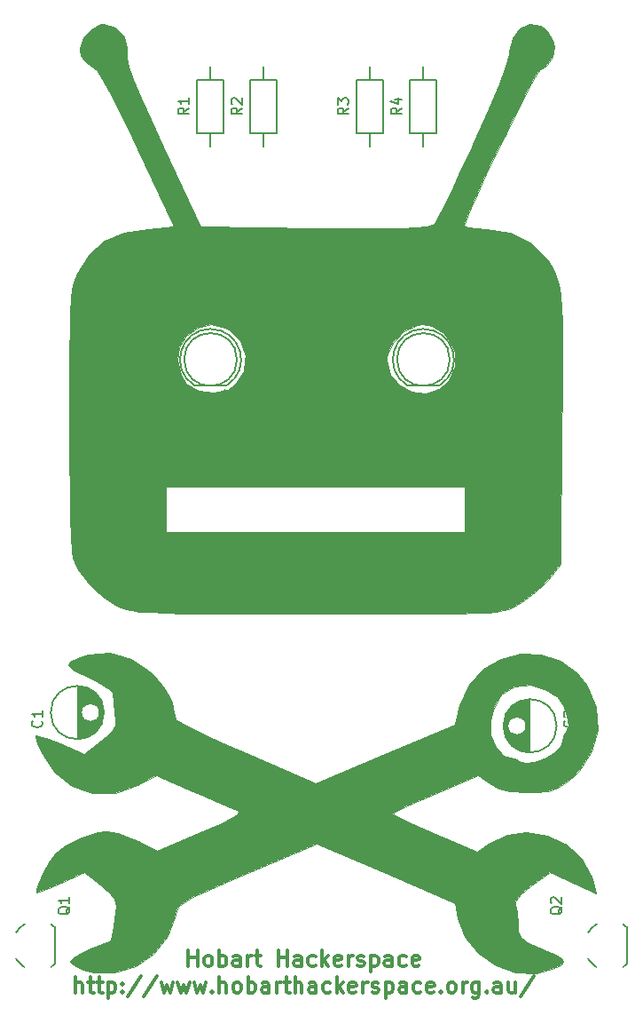
<source format=gto>
G04 #@! TF.FileFunction,Legend,Top*
%FSLAX46Y46*%
G04 Gerber Fmt 4.6, Leading zero omitted, Abs format (unit mm)*
G04 Created by KiCad (PCBNEW 4.0.5-e0-6337~49~ubuntu16.04.1) date Wed Dec 28 20:02:50 2016*
%MOMM*%
%LPD*%
G01*
G04 APERTURE LIST*
%ADD10C,0.200000*%
%ADD11C,0.300000*%
%ADD12C,0.150000*%
%ADD13C,0.010000*%
G04 APERTURE END LIST*
D10*
D11*
X23290000Y8216429D02*
X23290000Y9716429D01*
X23290000Y9002143D02*
X24147143Y9002143D01*
X24147143Y8216429D02*
X24147143Y9716429D01*
X25075715Y8216429D02*
X24932857Y8287857D01*
X24861429Y8359286D01*
X24790000Y8502143D01*
X24790000Y8930714D01*
X24861429Y9073571D01*
X24932857Y9145000D01*
X25075715Y9216429D01*
X25290000Y9216429D01*
X25432857Y9145000D01*
X25504286Y9073571D01*
X25575715Y8930714D01*
X25575715Y8502143D01*
X25504286Y8359286D01*
X25432857Y8287857D01*
X25290000Y8216429D01*
X25075715Y8216429D01*
X26218572Y8216429D02*
X26218572Y9716429D01*
X26218572Y9145000D02*
X26361429Y9216429D01*
X26647143Y9216429D01*
X26790000Y9145000D01*
X26861429Y9073571D01*
X26932858Y8930714D01*
X26932858Y8502143D01*
X26861429Y8359286D01*
X26790000Y8287857D01*
X26647143Y8216429D01*
X26361429Y8216429D01*
X26218572Y8287857D01*
X28218572Y8216429D02*
X28218572Y9002143D01*
X28147143Y9145000D01*
X28004286Y9216429D01*
X27718572Y9216429D01*
X27575715Y9145000D01*
X28218572Y8287857D02*
X28075715Y8216429D01*
X27718572Y8216429D01*
X27575715Y8287857D01*
X27504286Y8430714D01*
X27504286Y8573571D01*
X27575715Y8716429D01*
X27718572Y8787857D01*
X28075715Y8787857D01*
X28218572Y8859286D01*
X28932858Y8216429D02*
X28932858Y9216429D01*
X28932858Y8930714D02*
X29004286Y9073571D01*
X29075715Y9145000D01*
X29218572Y9216429D01*
X29361429Y9216429D01*
X29647143Y9216429D02*
X30218572Y9216429D01*
X29861429Y9716429D02*
X29861429Y8430714D01*
X29932857Y8287857D01*
X30075715Y8216429D01*
X30218572Y8216429D01*
X31861429Y8216429D02*
X31861429Y9716429D01*
X31861429Y9002143D02*
X32718572Y9002143D01*
X32718572Y8216429D02*
X32718572Y9716429D01*
X34075715Y8216429D02*
X34075715Y9002143D01*
X34004286Y9145000D01*
X33861429Y9216429D01*
X33575715Y9216429D01*
X33432858Y9145000D01*
X34075715Y8287857D02*
X33932858Y8216429D01*
X33575715Y8216429D01*
X33432858Y8287857D01*
X33361429Y8430714D01*
X33361429Y8573571D01*
X33432858Y8716429D01*
X33575715Y8787857D01*
X33932858Y8787857D01*
X34075715Y8859286D01*
X35432858Y8287857D02*
X35290001Y8216429D01*
X35004287Y8216429D01*
X34861429Y8287857D01*
X34790001Y8359286D01*
X34718572Y8502143D01*
X34718572Y8930714D01*
X34790001Y9073571D01*
X34861429Y9145000D01*
X35004287Y9216429D01*
X35290001Y9216429D01*
X35432858Y9145000D01*
X36075715Y8216429D02*
X36075715Y9716429D01*
X36218572Y8787857D02*
X36647143Y8216429D01*
X36647143Y9216429D02*
X36075715Y8645000D01*
X37861429Y8287857D02*
X37718572Y8216429D01*
X37432858Y8216429D01*
X37290001Y8287857D01*
X37218572Y8430714D01*
X37218572Y9002143D01*
X37290001Y9145000D01*
X37432858Y9216429D01*
X37718572Y9216429D01*
X37861429Y9145000D01*
X37932858Y9002143D01*
X37932858Y8859286D01*
X37218572Y8716429D01*
X38575715Y8216429D02*
X38575715Y9216429D01*
X38575715Y8930714D02*
X38647143Y9073571D01*
X38718572Y9145000D01*
X38861429Y9216429D01*
X39004286Y9216429D01*
X39432857Y8287857D02*
X39575714Y8216429D01*
X39861429Y8216429D01*
X40004286Y8287857D01*
X40075714Y8430714D01*
X40075714Y8502143D01*
X40004286Y8645000D01*
X39861429Y8716429D01*
X39647143Y8716429D01*
X39504286Y8787857D01*
X39432857Y8930714D01*
X39432857Y9002143D01*
X39504286Y9145000D01*
X39647143Y9216429D01*
X39861429Y9216429D01*
X40004286Y9145000D01*
X40718572Y9216429D02*
X40718572Y7716429D01*
X40718572Y9145000D02*
X40861429Y9216429D01*
X41147143Y9216429D01*
X41290000Y9145000D01*
X41361429Y9073571D01*
X41432858Y8930714D01*
X41432858Y8502143D01*
X41361429Y8359286D01*
X41290000Y8287857D01*
X41147143Y8216429D01*
X40861429Y8216429D01*
X40718572Y8287857D01*
X42718572Y8216429D02*
X42718572Y9002143D01*
X42647143Y9145000D01*
X42504286Y9216429D01*
X42218572Y9216429D01*
X42075715Y9145000D01*
X42718572Y8287857D02*
X42575715Y8216429D01*
X42218572Y8216429D01*
X42075715Y8287857D01*
X42004286Y8430714D01*
X42004286Y8573571D01*
X42075715Y8716429D01*
X42218572Y8787857D01*
X42575715Y8787857D01*
X42718572Y8859286D01*
X44075715Y8287857D02*
X43932858Y8216429D01*
X43647144Y8216429D01*
X43504286Y8287857D01*
X43432858Y8359286D01*
X43361429Y8502143D01*
X43361429Y8930714D01*
X43432858Y9073571D01*
X43504286Y9145000D01*
X43647144Y9216429D01*
X43932858Y9216429D01*
X44075715Y9145000D01*
X45290000Y8287857D02*
X45147143Y8216429D01*
X44861429Y8216429D01*
X44718572Y8287857D01*
X44647143Y8430714D01*
X44647143Y9002143D01*
X44718572Y9145000D01*
X44861429Y9216429D01*
X45147143Y9216429D01*
X45290000Y9145000D01*
X45361429Y9002143D01*
X45361429Y8859286D01*
X44647143Y8716429D01*
X12539998Y5666429D02*
X12539998Y7166429D01*
X13182855Y5666429D02*
X13182855Y6452143D01*
X13111426Y6595000D01*
X12968569Y6666429D01*
X12754284Y6666429D01*
X12611426Y6595000D01*
X12539998Y6523571D01*
X13682855Y6666429D02*
X14254284Y6666429D01*
X13897141Y7166429D02*
X13897141Y5880714D01*
X13968569Y5737857D01*
X14111427Y5666429D01*
X14254284Y5666429D01*
X14539998Y6666429D02*
X15111427Y6666429D01*
X14754284Y7166429D02*
X14754284Y5880714D01*
X14825712Y5737857D01*
X14968570Y5666429D01*
X15111427Y5666429D01*
X15611427Y6666429D02*
X15611427Y5166429D01*
X15611427Y6595000D02*
X15754284Y6666429D01*
X16039998Y6666429D01*
X16182855Y6595000D01*
X16254284Y6523571D01*
X16325713Y6380714D01*
X16325713Y5952143D01*
X16254284Y5809286D01*
X16182855Y5737857D01*
X16039998Y5666429D01*
X15754284Y5666429D01*
X15611427Y5737857D01*
X16968570Y5809286D02*
X17039998Y5737857D01*
X16968570Y5666429D01*
X16897141Y5737857D01*
X16968570Y5809286D01*
X16968570Y5666429D01*
X16968570Y6595000D02*
X17039998Y6523571D01*
X16968570Y6452143D01*
X16897141Y6523571D01*
X16968570Y6595000D01*
X16968570Y6452143D01*
X18754284Y7237857D02*
X17468570Y5309286D01*
X20325713Y7237857D02*
X19039999Y5309286D01*
X20682857Y6666429D02*
X20968571Y5666429D01*
X21254285Y6380714D01*
X21540000Y5666429D01*
X21825714Y6666429D01*
X22254286Y6666429D02*
X22540000Y5666429D01*
X22825714Y6380714D01*
X23111429Y5666429D01*
X23397143Y6666429D01*
X23825715Y6666429D02*
X24111429Y5666429D01*
X24397143Y6380714D01*
X24682858Y5666429D01*
X24968572Y6666429D01*
X25540001Y5809286D02*
X25611429Y5737857D01*
X25540001Y5666429D01*
X25468572Y5737857D01*
X25540001Y5809286D01*
X25540001Y5666429D01*
X26254287Y5666429D02*
X26254287Y7166429D01*
X26897144Y5666429D02*
X26897144Y6452143D01*
X26825715Y6595000D01*
X26682858Y6666429D01*
X26468573Y6666429D01*
X26325715Y6595000D01*
X26254287Y6523571D01*
X27825716Y5666429D02*
X27682858Y5737857D01*
X27611430Y5809286D01*
X27540001Y5952143D01*
X27540001Y6380714D01*
X27611430Y6523571D01*
X27682858Y6595000D01*
X27825716Y6666429D01*
X28040001Y6666429D01*
X28182858Y6595000D01*
X28254287Y6523571D01*
X28325716Y6380714D01*
X28325716Y5952143D01*
X28254287Y5809286D01*
X28182858Y5737857D01*
X28040001Y5666429D01*
X27825716Y5666429D01*
X28968573Y5666429D02*
X28968573Y7166429D01*
X28968573Y6595000D02*
X29111430Y6666429D01*
X29397144Y6666429D01*
X29540001Y6595000D01*
X29611430Y6523571D01*
X29682859Y6380714D01*
X29682859Y5952143D01*
X29611430Y5809286D01*
X29540001Y5737857D01*
X29397144Y5666429D01*
X29111430Y5666429D01*
X28968573Y5737857D01*
X30968573Y5666429D02*
X30968573Y6452143D01*
X30897144Y6595000D01*
X30754287Y6666429D01*
X30468573Y6666429D01*
X30325716Y6595000D01*
X30968573Y5737857D02*
X30825716Y5666429D01*
X30468573Y5666429D01*
X30325716Y5737857D01*
X30254287Y5880714D01*
X30254287Y6023571D01*
X30325716Y6166429D01*
X30468573Y6237857D01*
X30825716Y6237857D01*
X30968573Y6309286D01*
X31682859Y5666429D02*
X31682859Y6666429D01*
X31682859Y6380714D02*
X31754287Y6523571D01*
X31825716Y6595000D01*
X31968573Y6666429D01*
X32111430Y6666429D01*
X32397144Y6666429D02*
X32968573Y6666429D01*
X32611430Y7166429D02*
X32611430Y5880714D01*
X32682858Y5737857D01*
X32825716Y5666429D01*
X32968573Y5666429D01*
X33468573Y5666429D02*
X33468573Y7166429D01*
X34111430Y5666429D02*
X34111430Y6452143D01*
X34040001Y6595000D01*
X33897144Y6666429D01*
X33682859Y6666429D01*
X33540001Y6595000D01*
X33468573Y6523571D01*
X35468573Y5666429D02*
X35468573Y6452143D01*
X35397144Y6595000D01*
X35254287Y6666429D01*
X34968573Y6666429D01*
X34825716Y6595000D01*
X35468573Y5737857D02*
X35325716Y5666429D01*
X34968573Y5666429D01*
X34825716Y5737857D01*
X34754287Y5880714D01*
X34754287Y6023571D01*
X34825716Y6166429D01*
X34968573Y6237857D01*
X35325716Y6237857D01*
X35468573Y6309286D01*
X36825716Y5737857D02*
X36682859Y5666429D01*
X36397145Y5666429D01*
X36254287Y5737857D01*
X36182859Y5809286D01*
X36111430Y5952143D01*
X36111430Y6380714D01*
X36182859Y6523571D01*
X36254287Y6595000D01*
X36397145Y6666429D01*
X36682859Y6666429D01*
X36825716Y6595000D01*
X37468573Y5666429D02*
X37468573Y7166429D01*
X37611430Y6237857D02*
X38040001Y5666429D01*
X38040001Y6666429D02*
X37468573Y6095000D01*
X39254287Y5737857D02*
X39111430Y5666429D01*
X38825716Y5666429D01*
X38682859Y5737857D01*
X38611430Y5880714D01*
X38611430Y6452143D01*
X38682859Y6595000D01*
X38825716Y6666429D01*
X39111430Y6666429D01*
X39254287Y6595000D01*
X39325716Y6452143D01*
X39325716Y6309286D01*
X38611430Y6166429D01*
X39968573Y5666429D02*
X39968573Y6666429D01*
X39968573Y6380714D02*
X40040001Y6523571D01*
X40111430Y6595000D01*
X40254287Y6666429D01*
X40397144Y6666429D01*
X40825715Y5737857D02*
X40968572Y5666429D01*
X41254287Y5666429D01*
X41397144Y5737857D01*
X41468572Y5880714D01*
X41468572Y5952143D01*
X41397144Y6095000D01*
X41254287Y6166429D01*
X41040001Y6166429D01*
X40897144Y6237857D01*
X40825715Y6380714D01*
X40825715Y6452143D01*
X40897144Y6595000D01*
X41040001Y6666429D01*
X41254287Y6666429D01*
X41397144Y6595000D01*
X42111430Y6666429D02*
X42111430Y5166429D01*
X42111430Y6595000D02*
X42254287Y6666429D01*
X42540001Y6666429D01*
X42682858Y6595000D01*
X42754287Y6523571D01*
X42825716Y6380714D01*
X42825716Y5952143D01*
X42754287Y5809286D01*
X42682858Y5737857D01*
X42540001Y5666429D01*
X42254287Y5666429D01*
X42111430Y5737857D01*
X44111430Y5666429D02*
X44111430Y6452143D01*
X44040001Y6595000D01*
X43897144Y6666429D01*
X43611430Y6666429D01*
X43468573Y6595000D01*
X44111430Y5737857D02*
X43968573Y5666429D01*
X43611430Y5666429D01*
X43468573Y5737857D01*
X43397144Y5880714D01*
X43397144Y6023571D01*
X43468573Y6166429D01*
X43611430Y6237857D01*
X43968573Y6237857D01*
X44111430Y6309286D01*
X45468573Y5737857D02*
X45325716Y5666429D01*
X45040002Y5666429D01*
X44897144Y5737857D01*
X44825716Y5809286D01*
X44754287Y5952143D01*
X44754287Y6380714D01*
X44825716Y6523571D01*
X44897144Y6595000D01*
X45040002Y6666429D01*
X45325716Y6666429D01*
X45468573Y6595000D01*
X46682858Y5737857D02*
X46540001Y5666429D01*
X46254287Y5666429D01*
X46111430Y5737857D01*
X46040001Y5880714D01*
X46040001Y6452143D01*
X46111430Y6595000D01*
X46254287Y6666429D01*
X46540001Y6666429D01*
X46682858Y6595000D01*
X46754287Y6452143D01*
X46754287Y6309286D01*
X46040001Y6166429D01*
X47397144Y5809286D02*
X47468572Y5737857D01*
X47397144Y5666429D01*
X47325715Y5737857D01*
X47397144Y5809286D01*
X47397144Y5666429D01*
X48325716Y5666429D02*
X48182858Y5737857D01*
X48111430Y5809286D01*
X48040001Y5952143D01*
X48040001Y6380714D01*
X48111430Y6523571D01*
X48182858Y6595000D01*
X48325716Y6666429D01*
X48540001Y6666429D01*
X48682858Y6595000D01*
X48754287Y6523571D01*
X48825716Y6380714D01*
X48825716Y5952143D01*
X48754287Y5809286D01*
X48682858Y5737857D01*
X48540001Y5666429D01*
X48325716Y5666429D01*
X49468573Y5666429D02*
X49468573Y6666429D01*
X49468573Y6380714D02*
X49540001Y6523571D01*
X49611430Y6595000D01*
X49754287Y6666429D01*
X49897144Y6666429D01*
X51040001Y6666429D02*
X51040001Y5452143D01*
X50968572Y5309286D01*
X50897144Y5237857D01*
X50754287Y5166429D01*
X50540001Y5166429D01*
X50397144Y5237857D01*
X51040001Y5737857D02*
X50897144Y5666429D01*
X50611430Y5666429D01*
X50468572Y5737857D01*
X50397144Y5809286D01*
X50325715Y5952143D01*
X50325715Y6380714D01*
X50397144Y6523571D01*
X50468572Y6595000D01*
X50611430Y6666429D01*
X50897144Y6666429D01*
X51040001Y6595000D01*
X51754287Y5809286D02*
X51825715Y5737857D01*
X51754287Y5666429D01*
X51682858Y5737857D01*
X51754287Y5809286D01*
X51754287Y5666429D01*
X53111430Y5666429D02*
X53111430Y6452143D01*
X53040001Y6595000D01*
X52897144Y6666429D01*
X52611430Y6666429D01*
X52468573Y6595000D01*
X53111430Y5737857D02*
X52968573Y5666429D01*
X52611430Y5666429D01*
X52468573Y5737857D01*
X52397144Y5880714D01*
X52397144Y6023571D01*
X52468573Y6166429D01*
X52611430Y6237857D01*
X52968573Y6237857D01*
X53111430Y6309286D01*
X54468573Y6666429D02*
X54468573Y5666429D01*
X53825716Y6666429D02*
X53825716Y5880714D01*
X53897144Y5737857D01*
X54040002Y5666429D01*
X54254287Y5666429D01*
X54397144Y5737857D01*
X54468573Y5809286D01*
X56254287Y7237857D02*
X54968573Y5309286D01*
D12*
X26924904Y63555112D02*
G75*
G03X23900000Y63540000I-1524904J2484888D01*
G01*
X26900000Y63540000D02*
X23900000Y63540000D01*
X27917936Y66040000D02*
G75*
G03X27917936Y66040000I-2517936J0D01*
G01*
X47244904Y63555112D02*
G75*
G03X44220000Y63540000I-1524904J2484888D01*
G01*
X47220000Y63540000D02*
X44220000Y63540000D01*
X48237936Y66040000D02*
G75*
G03X48237936Y66040000I-2517936J0D01*
G01*
X24130000Y87630000D02*
X24130000Y92710000D01*
X24130000Y92710000D02*
X26670000Y92710000D01*
X26670000Y92710000D02*
X26670000Y87630000D01*
X26670000Y87630000D02*
X24130000Y87630000D01*
X25400000Y87630000D02*
X25400000Y86360000D01*
X25400000Y92710000D02*
X25400000Y93980000D01*
X29210000Y87630000D02*
X29210000Y92710000D01*
X29210000Y92710000D02*
X31750000Y92710000D01*
X31750000Y92710000D02*
X31750000Y87630000D01*
X31750000Y87630000D02*
X29210000Y87630000D01*
X30480000Y87630000D02*
X30480000Y86360000D01*
X30480000Y92710000D02*
X30480000Y93980000D01*
X39370000Y87630000D02*
X39370000Y92710000D01*
X39370000Y92710000D02*
X41910000Y92710000D01*
X41910000Y92710000D02*
X41910000Y87630000D01*
X41910000Y87630000D02*
X39370000Y87630000D01*
X40640000Y87630000D02*
X40640000Y86360000D01*
X40640000Y92710000D02*
X40640000Y93980000D01*
X44450000Y87630000D02*
X44450000Y92710000D01*
X44450000Y92710000D02*
X46990000Y92710000D01*
X46990000Y92710000D02*
X46990000Y87630000D01*
X46990000Y87630000D02*
X44450000Y87630000D01*
X45720000Y87630000D02*
X45720000Y86360000D01*
X45720000Y92710000D02*
X45720000Y93980000D01*
D13*
G36*
X17804425Y37481711D02*
X19668621Y36238327D01*
X19987412Y35935688D01*
X20886541Y34866669D01*
X21532685Y33788697D01*
X21694986Y33335548D01*
X21919606Y32366888D01*
X22076881Y31758365D01*
X22461200Y31474419D01*
X23451446Y30946769D01*
X24931774Y30231466D01*
X26786344Y29384560D01*
X28815003Y28498154D01*
X35424596Y25669194D01*
X42060077Y28462439D01*
X48695557Y31255685D01*
X48804197Y31661878D01*
X52086891Y31661878D01*
X52141841Y30286530D01*
X52602049Y29092721D01*
X53349960Y28299301D01*
X54000784Y28098819D01*
X54690582Y27909519D01*
X54873409Y27743773D01*
X55391487Y27565194D01*
X56328399Y27698742D01*
X57415847Y28084180D01*
X58126923Y28474226D01*
X58787907Y29139142D01*
X59006154Y29720552D01*
X59174067Y30405123D01*
X59331770Y30586272D01*
X59565111Y31135608D01*
X59444772Y32060289D01*
X59046196Y33082474D01*
X58444827Y33924319D01*
X58418560Y33949430D01*
X57423520Y34566162D01*
X56162609Y34971162D01*
X55984496Y34999621D01*
X54417732Y34864734D01*
X53166016Y34067870D01*
X52335883Y32700259D01*
X52086891Y31661878D01*
X48804197Y31661878D01*
X49173845Y33043947D01*
X50052048Y35020804D01*
X51411319Y36522916D01*
X53109202Y37527504D01*
X55003242Y38011794D01*
X56950986Y37953008D01*
X58809980Y37328370D01*
X60437767Y36115103D01*
X61313717Y34984951D01*
X62187589Y32889261D01*
X62335333Y30730595D01*
X61784509Y28652750D01*
X60562679Y26799521D01*
X59571471Y25894922D01*
X58586621Y25238242D01*
X57629381Y24896387D01*
X56368634Y24773949D01*
X55650080Y24765000D01*
X54026945Y24845531D01*
X52892566Y25130859D01*
X52079836Y25600635D01*
X50949580Y26436270D01*
X46767645Y24660344D01*
X45147761Y23951519D01*
X43852436Y23344534D01*
X43015726Y22905084D01*
X42769208Y22700921D01*
X43182159Y22480798D01*
X44159975Y22025475D01*
X45548223Y21405391D01*
X46902392Y20815688D01*
X50852078Y19113953D01*
X51938362Y19917077D01*
X53689842Y20764053D01*
X55625835Y20977203D01*
X57575845Y20618955D01*
X59369375Y19751737D01*
X60835930Y18437978D01*
X61805013Y16740106D01*
X61952759Y16250239D01*
X62224829Y15160092D01*
X59989881Y16148492D01*
X57754934Y17136892D01*
X56023081Y15893169D01*
X54983661Y15023352D01*
X54503639Y14337287D01*
X54499460Y14106802D01*
X54643243Y13357223D01*
X54707463Y12281220D01*
X54707692Y12217254D01*
X54756271Y11474943D01*
X55010282Y10961028D01*
X55632136Y10513513D01*
X56784245Y9970401D01*
X57096823Y9834215D01*
X58346820Y9267178D01*
X58975640Y8886265D01*
X59090677Y8594774D01*
X58802521Y8298340D01*
X57983670Y7920535D01*
X56807522Y7608626D01*
X56499802Y7555774D01*
X54530459Y7612350D01*
X52619912Y8281404D01*
X50945605Y9439347D01*
X49684982Y10962590D01*
X49015490Y12727543D01*
X49007832Y12773877D01*
X48772765Y14243904D01*
X42134039Y17049380D01*
X35495314Y19854856D01*
X28904879Y17083292D01*
X26569091Y16094710D01*
X24854805Y15343946D01*
X23660594Y14771869D01*
X22885033Y14319345D01*
X22426697Y13927243D01*
X22184159Y13536430D01*
X22056606Y13090672D01*
X21270362Y11035888D01*
X19946660Y9376313D01*
X18229286Y8197556D01*
X16262025Y7585227D01*
X14188662Y7624935D01*
X13286154Y7868784D01*
X12417754Y8266499D01*
X11997873Y8638893D01*
X11990574Y8704862D01*
X12363098Y9043644D01*
X13239218Y9529232D01*
X13944420Y9849403D01*
X15014818Y10300906D01*
X15729704Y10603920D01*
X15898367Y10676627D01*
X15985818Y11047124D01*
X16131132Y11957888D01*
X16233059Y12690136D01*
X16357799Y13875146D01*
X16242494Y14613216D01*
X15756125Y15226535D01*
X14921442Y15915500D01*
X13347346Y17162207D01*
X11118895Y16176681D01*
X9934000Y15662601D01*
X9069224Y15306040D01*
X8738440Y15191154D01*
X8736188Y15490823D01*
X9014568Y16234750D01*
X9463520Y17190316D01*
X9972983Y18124902D01*
X10432897Y18805889D01*
X10467980Y18846657D01*
X11556874Y19702891D01*
X13063128Y20454873D01*
X14624500Y20943365D01*
X15466850Y21044111D01*
X16533959Y20870432D01*
X17860091Y20420595D01*
X18470345Y20141558D01*
X20270067Y19230422D01*
X24469351Y20993059D01*
X26272780Y21770494D01*
X27423439Y22324738D01*
X28001369Y22704252D01*
X28086609Y22957493D01*
X27913548Y23078273D01*
X27234337Y23369078D01*
X26040074Y23880996D01*
X24533905Y24526937D01*
X23695223Y24886728D01*
X20231985Y26372607D01*
X18419839Y25441651D01*
X16275427Y24734966D01*
X14141385Y24743116D01*
X12161475Y25419323D01*
X10479463Y26716807D01*
X9327931Y28400012D01*
X8876380Y29406996D01*
X8649144Y30080560D01*
X8649883Y30222101D01*
X9053768Y30155723D01*
X9966360Y29843174D01*
X11061709Y29405133D01*
X13331110Y28447242D01*
X14912293Y29699562D01*
X15844401Y30496257D01*
X16271950Y31117878D01*
X16332510Y31834851D01*
X16261808Y32352288D01*
X16104770Y33425643D01*
X16027360Y34196925D01*
X16025839Y34252325D01*
X15690989Y34651216D01*
X14819176Y35208622D01*
X13654529Y35778500D01*
X12350368Y36397190D01*
X11793351Y36855443D01*
X11988301Y37237278D01*
X12940040Y37626716D01*
X13774615Y37870934D01*
X15793795Y38040230D01*
X17804425Y37481711D01*
X17804425Y37481711D01*
G37*
X17804425Y37481711D02*
X19668621Y36238327D01*
X19987412Y35935688D01*
X20886541Y34866669D01*
X21532685Y33788697D01*
X21694986Y33335548D01*
X21919606Y32366888D01*
X22076881Y31758365D01*
X22461200Y31474419D01*
X23451446Y30946769D01*
X24931774Y30231466D01*
X26786344Y29384560D01*
X28815003Y28498154D01*
X35424596Y25669194D01*
X42060077Y28462439D01*
X48695557Y31255685D01*
X48804197Y31661878D01*
X52086891Y31661878D01*
X52141841Y30286530D01*
X52602049Y29092721D01*
X53349960Y28299301D01*
X54000784Y28098819D01*
X54690582Y27909519D01*
X54873409Y27743773D01*
X55391487Y27565194D01*
X56328399Y27698742D01*
X57415847Y28084180D01*
X58126923Y28474226D01*
X58787907Y29139142D01*
X59006154Y29720552D01*
X59174067Y30405123D01*
X59331770Y30586272D01*
X59565111Y31135608D01*
X59444772Y32060289D01*
X59046196Y33082474D01*
X58444827Y33924319D01*
X58418560Y33949430D01*
X57423520Y34566162D01*
X56162609Y34971162D01*
X55984496Y34999621D01*
X54417732Y34864734D01*
X53166016Y34067870D01*
X52335883Y32700259D01*
X52086891Y31661878D01*
X48804197Y31661878D01*
X49173845Y33043947D01*
X50052048Y35020804D01*
X51411319Y36522916D01*
X53109202Y37527504D01*
X55003242Y38011794D01*
X56950986Y37953008D01*
X58809980Y37328370D01*
X60437767Y36115103D01*
X61313717Y34984951D01*
X62187589Y32889261D01*
X62335333Y30730595D01*
X61784509Y28652750D01*
X60562679Y26799521D01*
X59571471Y25894922D01*
X58586621Y25238242D01*
X57629381Y24896387D01*
X56368634Y24773949D01*
X55650080Y24765000D01*
X54026945Y24845531D01*
X52892566Y25130859D01*
X52079836Y25600635D01*
X50949580Y26436270D01*
X46767645Y24660344D01*
X45147761Y23951519D01*
X43852436Y23344534D01*
X43015726Y22905084D01*
X42769208Y22700921D01*
X43182159Y22480798D01*
X44159975Y22025475D01*
X45548223Y21405391D01*
X46902392Y20815688D01*
X50852078Y19113953D01*
X51938362Y19917077D01*
X53689842Y20764053D01*
X55625835Y20977203D01*
X57575845Y20618955D01*
X59369375Y19751737D01*
X60835930Y18437978D01*
X61805013Y16740106D01*
X61952759Y16250239D01*
X62224829Y15160092D01*
X59989881Y16148492D01*
X57754934Y17136892D01*
X56023081Y15893169D01*
X54983661Y15023352D01*
X54503639Y14337287D01*
X54499460Y14106802D01*
X54643243Y13357223D01*
X54707463Y12281220D01*
X54707692Y12217254D01*
X54756271Y11474943D01*
X55010282Y10961028D01*
X55632136Y10513513D01*
X56784245Y9970401D01*
X57096823Y9834215D01*
X58346820Y9267178D01*
X58975640Y8886265D01*
X59090677Y8594774D01*
X58802521Y8298340D01*
X57983670Y7920535D01*
X56807522Y7608626D01*
X56499802Y7555774D01*
X54530459Y7612350D01*
X52619912Y8281404D01*
X50945605Y9439347D01*
X49684982Y10962590D01*
X49015490Y12727543D01*
X49007832Y12773877D01*
X48772765Y14243904D01*
X42134039Y17049380D01*
X35495314Y19854856D01*
X28904879Y17083292D01*
X26569091Y16094710D01*
X24854805Y15343946D01*
X23660594Y14771869D01*
X22885033Y14319345D01*
X22426697Y13927243D01*
X22184159Y13536430D01*
X22056606Y13090672D01*
X21270362Y11035888D01*
X19946660Y9376313D01*
X18229286Y8197556D01*
X16262025Y7585227D01*
X14188662Y7624935D01*
X13286154Y7868784D01*
X12417754Y8266499D01*
X11997873Y8638893D01*
X11990574Y8704862D01*
X12363098Y9043644D01*
X13239218Y9529232D01*
X13944420Y9849403D01*
X15014818Y10300906D01*
X15729704Y10603920D01*
X15898367Y10676627D01*
X15985818Y11047124D01*
X16131132Y11957888D01*
X16233059Y12690136D01*
X16357799Y13875146D01*
X16242494Y14613216D01*
X15756125Y15226535D01*
X14921442Y15915500D01*
X13347346Y17162207D01*
X11118895Y16176681D01*
X9934000Y15662601D01*
X9069224Y15306040D01*
X8738440Y15191154D01*
X8736188Y15490823D01*
X9014568Y16234750D01*
X9463520Y17190316D01*
X9972983Y18124902D01*
X10432897Y18805889D01*
X10467980Y18846657D01*
X11556874Y19702891D01*
X13063128Y20454873D01*
X14624500Y20943365D01*
X15466850Y21044111D01*
X16533959Y20870432D01*
X17860091Y20420595D01*
X18470345Y20141558D01*
X20270067Y19230422D01*
X24469351Y20993059D01*
X26272780Y21770494D01*
X27423439Y22324738D01*
X28001369Y22704252D01*
X28086609Y22957493D01*
X27913548Y23078273D01*
X27234337Y23369078D01*
X26040074Y23880996D01*
X24533905Y24526937D01*
X23695223Y24886728D01*
X20231985Y26372607D01*
X18419839Y25441651D01*
X16275427Y24734966D01*
X14141385Y24743116D01*
X12161475Y25419323D01*
X10479463Y26716807D01*
X9327931Y28400012D01*
X8876380Y29406996D01*
X8649144Y30080560D01*
X8649883Y30222101D01*
X9053768Y30155723D01*
X9966360Y29843174D01*
X11061709Y29405133D01*
X13331110Y28447242D01*
X14912293Y29699562D01*
X15844401Y30496257D01*
X16271950Y31117878D01*
X16332510Y31834851D01*
X16261808Y32352288D01*
X16104770Y33425643D01*
X16027360Y34196925D01*
X16025839Y34252325D01*
X15690989Y34651216D01*
X14819176Y35208622D01*
X13654529Y35778500D01*
X12350368Y36397190D01*
X11793351Y36855443D01*
X11988301Y37237278D01*
X12940040Y37626716D01*
X13774615Y37870934D01*
X15793795Y38040230D01*
X17804425Y37481711D01*
G36*
X16319090Y97690014D02*
X17124440Y96834377D01*
X17441724Y95732839D01*
X17401799Y95356070D01*
X17397981Y94819541D01*
X17592200Y93993349D01*
X18016575Y92794211D01*
X18703229Y91138841D01*
X19684281Y88943954D01*
X20820622Y86491527D01*
X24473177Y78691154D01*
X35434534Y78587466D01*
X38831998Y78563319D01*
X41519565Y78563955D01*
X43568554Y78591832D01*
X45050287Y78649406D01*
X46036085Y78739133D01*
X46597269Y78863470D01*
X46780367Y78978235D01*
X47055517Y79470448D01*
X47601163Y80558346D01*
X48361864Y82127287D01*
X49282180Y84062628D01*
X50306670Y86249726D01*
X50545498Y86763998D01*
X51877074Y89709057D01*
X52890423Y92109747D01*
X53569177Y93924265D01*
X53896970Y95110809D01*
X53926154Y95398049D01*
X54202743Y96699489D01*
X54912791Y97601980D01*
X55876715Y98011024D01*
X56914931Y97832124D01*
X57577897Y97319616D01*
X58087894Y96493477D01*
X58224615Y95926234D01*
X58019340Y94932946D01*
X57524840Y94103007D01*
X56923104Y93736552D01*
X56896420Y93735770D01*
X56623005Y93401233D01*
X56087238Y92481961D01*
X55350710Y91104459D01*
X54475009Y89395233D01*
X53521725Y87480788D01*
X52552448Y85487630D01*
X51628769Y83542265D01*
X50812275Y81771199D01*
X50164558Y80300936D01*
X49747206Y79257984D01*
X49619466Y78788847D01*
X49977083Y78625739D01*
X50887660Y78519336D01*
X51700418Y78495770D01*
X53995238Y78131123D01*
X56007071Y77096042D01*
X57593460Y75478817D01*
X58183422Y74477785D01*
X58414248Y73977592D01*
X58598251Y73474276D01*
X58739855Y72879042D01*
X58843483Y72103098D01*
X58913558Y71057650D01*
X58954504Y69653905D01*
X58970744Y67803068D01*
X58966701Y65416347D01*
X58946799Y62404947D01*
X58923582Y59619912D01*
X58810769Y46524047D01*
X57615810Y45022985D01*
X56481063Y43883925D01*
X55106635Y42872216D01*
X54699933Y42642693D01*
X54276728Y42433611D01*
X53851130Y42260656D01*
X53348773Y42120441D01*
X52695288Y42009581D01*
X51816308Y41924690D01*
X50637464Y41862384D01*
X49084390Y41819276D01*
X47082718Y41791980D01*
X44558079Y41777113D01*
X41436106Y41771287D01*
X37642431Y41771117D01*
X35574892Y41772044D01*
X31398690Y41776127D01*
X27930342Y41785748D01*
X25096170Y41803704D01*
X22822494Y41832793D01*
X21035634Y41875811D01*
X19661913Y41935556D01*
X18627651Y42014826D01*
X17859168Y42116416D01*
X17282785Y42243124D01*
X16824824Y42397748D01*
X16604340Y42492240D01*
X15137795Y43408901D01*
X13755455Y44695711D01*
X12686159Y46110048D01*
X12217184Y47143705D01*
X12143399Y47789815D01*
X12076240Y49113155D01*
X12018037Y51009430D01*
X11971118Y53374343D01*
X11964981Y53877308D01*
X21101538Y53877308D01*
X21101538Y49578847D01*
X49627692Y49578847D01*
X49627692Y53877308D01*
X21101538Y53877308D01*
X11964981Y53877308D01*
X11937814Y56103599D01*
X11920453Y59092901D01*
X11918461Y60520385D01*
X11921622Y63980747D01*
X11930382Y65894242D01*
X22214246Y65894242D01*
X22555560Y64570121D01*
X23123501Y63769417D01*
X24262903Y63057695D01*
X25667099Y62847992D01*
X27019836Y63149416D01*
X27734675Y63636599D01*
X28575622Y64954403D01*
X28694667Y65951601D01*
X42203077Y65951601D01*
X42537818Y64623842D01*
X43408074Y63613592D01*
X44612896Y62991713D01*
X45951334Y62829067D01*
X47222438Y63196516D01*
X48036253Y63894622D01*
X48771297Y65354736D01*
X48755460Y66815919D01*
X48000733Y68149932D01*
X47602719Y68531038D01*
X46571390Y69233568D01*
X45634501Y69408387D01*
X45160412Y69347732D01*
X43819415Y68752132D01*
X42773734Y67670213D01*
X42234549Y66344488D01*
X42203077Y65951601D01*
X28694667Y65951601D01*
X28747858Y66397161D01*
X28285655Y67759070D01*
X27223283Y68834325D01*
X26833014Y69051188D01*
X25416929Y69381455D01*
X24141695Y69080944D01*
X23112628Y68299604D01*
X22435040Y67187386D01*
X22214246Y65894242D01*
X11930382Y65894242D01*
X11934296Y66749134D01*
X11961268Y68915093D01*
X12007325Y70568174D01*
X12077252Y71797924D01*
X12175836Y72693892D01*
X12307863Y73345627D01*
X12478117Y73842677D01*
X12649430Y74197308D01*
X13879099Y76077695D01*
X15308956Y77344968D01*
X17116830Y78111564D01*
X19432306Y78485903D01*
X21866151Y78691154D01*
X18510692Y85920385D01*
X17460325Y88140282D01*
X16480214Y90131696D01*
X15630194Y91779289D01*
X14970101Y92967723D01*
X14559770Y93581661D01*
X14513770Y93624750D01*
X13524702Y94414473D01*
X13039859Y95003767D01*
X12897266Y95600834D01*
X12895384Y95705023D01*
X13225475Y96666249D01*
X14021391Y97530754D01*
X14991598Y98008922D01*
X15240000Y98034231D01*
X16319090Y97690014D01*
X16319090Y97690014D01*
G37*
X16319090Y97690014D02*
X17124440Y96834377D01*
X17441724Y95732839D01*
X17401799Y95356070D01*
X17397981Y94819541D01*
X17592200Y93993349D01*
X18016575Y92794211D01*
X18703229Y91138841D01*
X19684281Y88943954D01*
X20820622Y86491527D01*
X24473177Y78691154D01*
X35434534Y78587466D01*
X38831998Y78563319D01*
X41519565Y78563955D01*
X43568554Y78591832D01*
X45050287Y78649406D01*
X46036085Y78739133D01*
X46597269Y78863470D01*
X46780367Y78978235D01*
X47055517Y79470448D01*
X47601163Y80558346D01*
X48361864Y82127287D01*
X49282180Y84062628D01*
X50306670Y86249726D01*
X50545498Y86763998D01*
X51877074Y89709057D01*
X52890423Y92109747D01*
X53569177Y93924265D01*
X53896970Y95110809D01*
X53926154Y95398049D01*
X54202743Y96699489D01*
X54912791Y97601980D01*
X55876715Y98011024D01*
X56914931Y97832124D01*
X57577897Y97319616D01*
X58087894Y96493477D01*
X58224615Y95926234D01*
X58019340Y94932946D01*
X57524840Y94103007D01*
X56923104Y93736552D01*
X56896420Y93735770D01*
X56623005Y93401233D01*
X56087238Y92481961D01*
X55350710Y91104459D01*
X54475009Y89395233D01*
X53521725Y87480788D01*
X52552448Y85487630D01*
X51628769Y83542265D01*
X50812275Y81771199D01*
X50164558Y80300936D01*
X49747206Y79257984D01*
X49619466Y78788847D01*
X49977083Y78625739D01*
X50887660Y78519336D01*
X51700418Y78495770D01*
X53995238Y78131123D01*
X56007071Y77096042D01*
X57593460Y75478817D01*
X58183422Y74477785D01*
X58414248Y73977592D01*
X58598251Y73474276D01*
X58739855Y72879042D01*
X58843483Y72103098D01*
X58913558Y71057650D01*
X58954504Y69653905D01*
X58970744Y67803068D01*
X58966701Y65416347D01*
X58946799Y62404947D01*
X58923582Y59619912D01*
X58810769Y46524047D01*
X57615810Y45022985D01*
X56481063Y43883925D01*
X55106635Y42872216D01*
X54699933Y42642693D01*
X54276728Y42433611D01*
X53851130Y42260656D01*
X53348773Y42120441D01*
X52695288Y42009581D01*
X51816308Y41924690D01*
X50637464Y41862384D01*
X49084390Y41819276D01*
X47082718Y41791980D01*
X44558079Y41777113D01*
X41436106Y41771287D01*
X37642431Y41771117D01*
X35574892Y41772044D01*
X31398690Y41776127D01*
X27930342Y41785748D01*
X25096170Y41803704D01*
X22822494Y41832793D01*
X21035634Y41875811D01*
X19661913Y41935556D01*
X18627651Y42014826D01*
X17859168Y42116416D01*
X17282785Y42243124D01*
X16824824Y42397748D01*
X16604340Y42492240D01*
X15137795Y43408901D01*
X13755455Y44695711D01*
X12686159Y46110048D01*
X12217184Y47143705D01*
X12143399Y47789815D01*
X12076240Y49113155D01*
X12018037Y51009430D01*
X11971118Y53374343D01*
X11964981Y53877308D01*
X21101538Y53877308D01*
X21101538Y49578847D01*
X49627692Y49578847D01*
X49627692Y53877308D01*
X21101538Y53877308D01*
X11964981Y53877308D01*
X11937814Y56103599D01*
X11920453Y59092901D01*
X11918461Y60520385D01*
X11921622Y63980747D01*
X11930382Y65894242D01*
X22214246Y65894242D01*
X22555560Y64570121D01*
X23123501Y63769417D01*
X24262903Y63057695D01*
X25667099Y62847992D01*
X27019836Y63149416D01*
X27734675Y63636599D01*
X28575622Y64954403D01*
X28694667Y65951601D01*
X42203077Y65951601D01*
X42537818Y64623842D01*
X43408074Y63613592D01*
X44612896Y62991713D01*
X45951334Y62829067D01*
X47222438Y63196516D01*
X48036253Y63894622D01*
X48771297Y65354736D01*
X48755460Y66815919D01*
X48000733Y68149932D01*
X47602719Y68531038D01*
X46571390Y69233568D01*
X45634501Y69408387D01*
X45160412Y69347732D01*
X43819415Y68752132D01*
X42773734Y67670213D01*
X42234549Y66344488D01*
X42203077Y65951601D01*
X28694667Y65951601D01*
X28747858Y66397161D01*
X28285655Y67759070D01*
X27223283Y68834325D01*
X26833014Y69051188D01*
X25416929Y69381455D01*
X24141695Y69080944D01*
X23112628Y68299604D01*
X22435040Y67187386D01*
X22214246Y65894242D01*
X11930382Y65894242D01*
X11934296Y66749134D01*
X11961268Y68915093D01*
X12007325Y70568174D01*
X12077252Y71797924D01*
X12175836Y72693892D01*
X12307863Y73345627D01*
X12478117Y73842677D01*
X12649430Y74197308D01*
X13879099Y76077695D01*
X15308956Y77344968D01*
X17116830Y78111564D01*
X19432306Y78485903D01*
X21866151Y78691154D01*
X18510692Y85920385D01*
X17460325Y88140282D01*
X16480214Y90131696D01*
X15630194Y91779289D01*
X14970101Y92967723D01*
X14559770Y93581661D01*
X14513770Y93624750D01*
X13524702Y94414473D01*
X13039859Y95003767D01*
X12897266Y95600834D01*
X12895384Y95705023D01*
X13225475Y96666249D01*
X14021391Y97530754D01*
X14991598Y98008922D01*
X15240000Y98034231D01*
X16319090Y97690014D01*
D12*
X6840000Y8910001D02*
G75*
G03X7640000Y8110000I2050000J1249999D01*
G01*
X6840000Y11409999D02*
G75*
G02X7640000Y12210000I2050000J-1249999D01*
G01*
X10164203Y8121274D02*
G75*
G03X10590000Y8460000I-1274203J2038726D01*
G01*
X10164203Y12198726D02*
G75*
G02X10590000Y11860000I-1274203J-2038726D01*
G01*
X10590000Y8460000D02*
X10590000Y11860000D01*
X61450000Y8910001D02*
G75*
G03X62250000Y8110000I2050000J1249999D01*
G01*
X61450000Y11409999D02*
G75*
G02X62250000Y12210000I2050000J-1249999D01*
G01*
X64774203Y8121274D02*
G75*
G03X65200000Y8460000I-1274203J2038726D01*
G01*
X64774203Y12198726D02*
G75*
G02X65200000Y11860000I-1274203J-2038726D01*
G01*
X65200000Y8460000D02*
X65200000Y11860000D01*
X55825000Y28616000D02*
X55825000Y33614000D01*
X55685000Y28624000D02*
X55685000Y33606000D01*
X55545000Y28640000D02*
X55545000Y31020000D01*
X55545000Y31210000D02*
X55545000Y33590000D01*
X55405000Y28664000D02*
X55405000Y30625000D01*
X55405000Y31605000D02*
X55405000Y33566000D01*
X55265000Y28697000D02*
X55265000Y30458000D01*
X55265000Y31772000D02*
X55265000Y33533000D01*
X55125000Y28738000D02*
X55125000Y30351000D01*
X55125000Y31879000D02*
X55125000Y33492000D01*
X54985000Y28788000D02*
X54985000Y30280000D01*
X54985000Y31950000D02*
X54985000Y33442000D01*
X54845000Y28849000D02*
X54845000Y30236000D01*
X54845000Y31994000D02*
X54845000Y33381000D01*
X54705000Y28919000D02*
X54705000Y30217000D01*
X54705000Y32013000D02*
X54705000Y33311000D01*
X54565000Y29001000D02*
X54565000Y30219000D01*
X54565000Y32011000D02*
X54565000Y33229000D01*
X54425000Y29096000D02*
X54425000Y30244000D01*
X54425000Y31986000D02*
X54425000Y33134000D01*
X54285000Y29207000D02*
X54285000Y30292000D01*
X54285000Y31938000D02*
X54285000Y33023000D01*
X54145000Y29335000D02*
X54145000Y30370000D01*
X54145000Y31860000D02*
X54145000Y32895000D01*
X54005000Y29484000D02*
X54005000Y30487000D01*
X54005000Y31743000D02*
X54005000Y32746000D01*
X53865000Y29663000D02*
X53865000Y30675000D01*
X53865000Y31555000D02*
X53865000Y32567000D01*
X53725000Y29882000D02*
X53725000Y32348000D01*
X53585000Y30171000D02*
X53585000Y32059000D01*
X53445000Y30643000D02*
X53445000Y31587000D01*
X55550000Y31115000D02*
G75*
G03X55550000Y31115000I-900000J0D01*
G01*
X58437500Y31115000D02*
G75*
G03X58437500Y31115000I-2537500J0D01*
G01*
X12755000Y34884000D02*
X12755000Y29886000D01*
X12895000Y34876000D02*
X12895000Y29894000D01*
X13035000Y34860000D02*
X13035000Y32480000D01*
X13035000Y32290000D02*
X13035000Y29910000D01*
X13175000Y34836000D02*
X13175000Y32875000D01*
X13175000Y31895000D02*
X13175000Y29934000D01*
X13315000Y34803000D02*
X13315000Y33042000D01*
X13315000Y31728000D02*
X13315000Y29967000D01*
X13455000Y34762000D02*
X13455000Y33149000D01*
X13455000Y31621000D02*
X13455000Y30008000D01*
X13595000Y34712000D02*
X13595000Y33220000D01*
X13595000Y31550000D02*
X13595000Y30058000D01*
X13735000Y34651000D02*
X13735000Y33264000D01*
X13735000Y31506000D02*
X13735000Y30119000D01*
X13875000Y34581000D02*
X13875000Y33283000D01*
X13875000Y31487000D02*
X13875000Y30189000D01*
X14015000Y34499000D02*
X14015000Y33281000D01*
X14015000Y31489000D02*
X14015000Y30271000D01*
X14155000Y34404000D02*
X14155000Y33256000D01*
X14155000Y31514000D02*
X14155000Y30366000D01*
X14295000Y34293000D02*
X14295000Y33208000D01*
X14295000Y31562000D02*
X14295000Y30477000D01*
X14435000Y34165000D02*
X14435000Y33130000D01*
X14435000Y31640000D02*
X14435000Y30605000D01*
X14575000Y34016000D02*
X14575000Y33013000D01*
X14575000Y31757000D02*
X14575000Y30754000D01*
X14715000Y33837000D02*
X14715000Y32825000D01*
X14715000Y31945000D02*
X14715000Y30933000D01*
X14855000Y33618000D02*
X14855000Y31152000D01*
X14995000Y33329000D02*
X14995000Y31441000D01*
X15135000Y32857000D02*
X15135000Y31913000D01*
X14830000Y32385000D02*
G75*
G03X14830000Y32385000I-900000J0D01*
G01*
X15217500Y32385000D02*
G75*
G03X15217500Y32385000I-2537500J0D01*
G01*
X29916381Y65555905D02*
X28916381Y65555905D01*
X28916381Y65794000D01*
X28964000Y65936858D01*
X29059238Y66032096D01*
X29154476Y66079715D01*
X29344952Y66127334D01*
X29487810Y66127334D01*
X29678286Y66079715D01*
X29773524Y66032096D01*
X29868762Y65936858D01*
X29916381Y65794000D01*
X29916381Y65555905D01*
X29916381Y67079715D02*
X29916381Y66508286D01*
X29916381Y66794000D02*
X28916381Y66794000D01*
X29059238Y66698762D01*
X29154476Y66603524D01*
X29202095Y66508286D01*
X27757381Y62603095D02*
X26757381Y62603095D01*
X27757381Y63174524D02*
X27185952Y62745952D01*
X26757381Y63174524D02*
X27328810Y62603095D01*
X50236381Y65555905D02*
X49236381Y65555905D01*
X49236381Y65794000D01*
X49284000Y65936858D01*
X49379238Y66032096D01*
X49474476Y66079715D01*
X49664952Y66127334D01*
X49807810Y66127334D01*
X49998286Y66079715D01*
X50093524Y66032096D01*
X50188762Y65936858D01*
X50236381Y65794000D01*
X50236381Y65555905D01*
X49331619Y66508286D02*
X49284000Y66555905D01*
X49236381Y66651143D01*
X49236381Y66889239D01*
X49284000Y66984477D01*
X49331619Y67032096D01*
X49426857Y67079715D01*
X49522095Y67079715D01*
X49664952Y67032096D01*
X50236381Y66460667D01*
X50236381Y67079715D01*
X48077381Y62603095D02*
X47077381Y62603095D01*
X48077381Y63174524D02*
X47505952Y62745952D01*
X47077381Y63174524D02*
X47648810Y62603095D01*
X23312381Y90003334D02*
X22836190Y89670000D01*
X23312381Y89431905D02*
X22312381Y89431905D01*
X22312381Y89812858D01*
X22360000Y89908096D01*
X22407619Y89955715D01*
X22502857Y90003334D01*
X22645714Y90003334D01*
X22740952Y89955715D01*
X22788571Y89908096D01*
X22836190Y89812858D01*
X22836190Y89431905D01*
X23312381Y90955715D02*
X23312381Y90384286D01*
X23312381Y90670000D02*
X22312381Y90670000D01*
X22455238Y90574762D01*
X22550476Y90479524D01*
X22598095Y90384286D01*
X28392381Y90003334D02*
X27916190Y89670000D01*
X28392381Y89431905D02*
X27392381Y89431905D01*
X27392381Y89812858D01*
X27440000Y89908096D01*
X27487619Y89955715D01*
X27582857Y90003334D01*
X27725714Y90003334D01*
X27820952Y89955715D01*
X27868571Y89908096D01*
X27916190Y89812858D01*
X27916190Y89431905D01*
X27487619Y90384286D02*
X27440000Y90431905D01*
X27392381Y90527143D01*
X27392381Y90765239D01*
X27440000Y90860477D01*
X27487619Y90908096D01*
X27582857Y90955715D01*
X27678095Y90955715D01*
X27820952Y90908096D01*
X28392381Y90336667D01*
X28392381Y90955715D01*
X38552381Y90003334D02*
X38076190Y89670000D01*
X38552381Y89431905D02*
X37552381Y89431905D01*
X37552381Y89812858D01*
X37600000Y89908096D01*
X37647619Y89955715D01*
X37742857Y90003334D01*
X37885714Y90003334D01*
X37980952Y89955715D01*
X38028571Y89908096D01*
X38076190Y89812858D01*
X38076190Y89431905D01*
X37552381Y90336667D02*
X37552381Y90955715D01*
X37933333Y90622381D01*
X37933333Y90765239D01*
X37980952Y90860477D01*
X38028571Y90908096D01*
X38123810Y90955715D01*
X38361905Y90955715D01*
X38457143Y90908096D01*
X38504762Y90860477D01*
X38552381Y90765239D01*
X38552381Y90479524D01*
X38504762Y90384286D01*
X38457143Y90336667D01*
X43632381Y90003334D02*
X43156190Y89670000D01*
X43632381Y89431905D02*
X42632381Y89431905D01*
X42632381Y89812858D01*
X42680000Y89908096D01*
X42727619Y89955715D01*
X42822857Y90003334D01*
X42965714Y90003334D01*
X43060952Y89955715D01*
X43108571Y89908096D01*
X43156190Y89812858D01*
X43156190Y89431905D01*
X42965714Y90860477D02*
X43632381Y90860477D01*
X42584762Y90622381D02*
X43299048Y90384286D01*
X43299048Y91003334D01*
X11977619Y13874762D02*
X11930000Y13779524D01*
X11834762Y13684286D01*
X11691905Y13541429D01*
X11644286Y13446190D01*
X11644286Y13350952D01*
X11882381Y13398571D02*
X11834762Y13303333D01*
X11739524Y13208095D01*
X11549048Y13160476D01*
X11215714Y13160476D01*
X11025238Y13208095D01*
X10930000Y13303333D01*
X10882381Y13398571D01*
X10882381Y13589048D01*
X10930000Y13684286D01*
X11025238Y13779524D01*
X11215714Y13827143D01*
X11549048Y13827143D01*
X11739524Y13779524D01*
X11834762Y13684286D01*
X11882381Y13589048D01*
X11882381Y13398571D01*
X11882381Y14779524D02*
X11882381Y14208095D01*
X11882381Y14493809D02*
X10882381Y14493809D01*
X11025238Y14398571D01*
X11120476Y14303333D01*
X11168095Y14208095D01*
X58967619Y13874762D02*
X58920000Y13779524D01*
X58824762Y13684286D01*
X58681905Y13541429D01*
X58634286Y13446190D01*
X58634286Y13350952D01*
X58872381Y13398571D02*
X58824762Y13303333D01*
X58729524Y13208095D01*
X58539048Y13160476D01*
X58205714Y13160476D01*
X58015238Y13208095D01*
X57920000Y13303333D01*
X57872381Y13398571D01*
X57872381Y13589048D01*
X57920000Y13684286D01*
X58015238Y13779524D01*
X58205714Y13827143D01*
X58539048Y13827143D01*
X58729524Y13779524D01*
X58824762Y13684286D01*
X58872381Y13589048D01*
X58872381Y13398571D01*
X57967619Y14208095D02*
X57920000Y14255714D01*
X57872381Y14350952D01*
X57872381Y14589048D01*
X57920000Y14684286D01*
X57967619Y14731905D01*
X58062857Y14779524D01*
X58158095Y14779524D01*
X58300952Y14731905D01*
X58872381Y14160476D01*
X58872381Y14779524D01*
X60047143Y31583334D02*
X60094762Y31535715D01*
X60142381Y31392858D01*
X60142381Y31297620D01*
X60094762Y31154762D01*
X59999524Y31059524D01*
X59904286Y31011905D01*
X59713810Y30964286D01*
X59570952Y30964286D01*
X59380476Y31011905D01*
X59285238Y31059524D01*
X59190000Y31154762D01*
X59142381Y31297620D01*
X59142381Y31392858D01*
X59190000Y31535715D01*
X59237619Y31583334D01*
X59237619Y31964286D02*
X59190000Y32011905D01*
X59142381Y32107143D01*
X59142381Y32345239D01*
X59190000Y32440477D01*
X59237619Y32488096D01*
X59332857Y32535715D01*
X59428095Y32535715D01*
X59570952Y32488096D01*
X60142381Y31916667D01*
X60142381Y32535715D01*
X9247143Y31583334D02*
X9294762Y31535715D01*
X9342381Y31392858D01*
X9342381Y31297620D01*
X9294762Y31154762D01*
X9199524Y31059524D01*
X9104286Y31011905D01*
X8913810Y30964286D01*
X8770952Y30964286D01*
X8580476Y31011905D01*
X8485238Y31059524D01*
X8390000Y31154762D01*
X8342381Y31297620D01*
X8342381Y31392858D01*
X8390000Y31535715D01*
X8437619Y31583334D01*
X9342381Y32535715D02*
X9342381Y31964286D01*
X9342381Y32250000D02*
X8342381Y32250000D01*
X8485238Y32154762D01*
X8580476Y32059524D01*
X8628095Y31964286D01*
M02*

</source>
